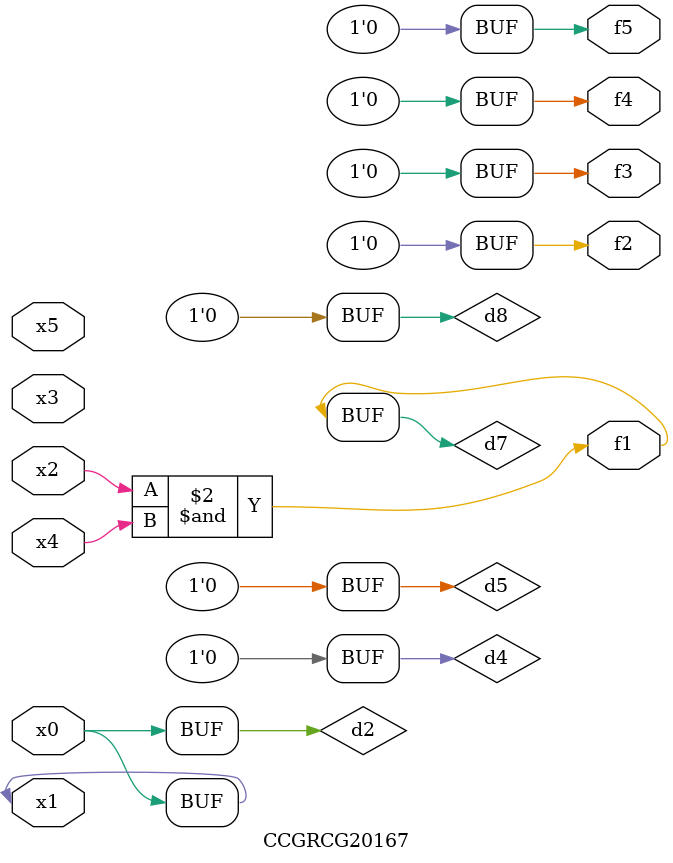
<source format=v>
module CCGRCG20167(
	input x0, x1, x2, x3, x4, x5,
	output f1, f2, f3, f4, f5
);

	wire d1, d2, d3, d4, d5, d6, d7, d8, d9;

	nand (d1, x1);
	buf (d2, x0, x1);
	nand (d3, x2, x4);
	and (d4, d1, d2);
	and (d5, d1, d2);
	nand (d6, d1, d3);
	not (d7, d3);
	xor (d8, d5);
	nor (d9, d5, d6);
	assign f1 = d7;
	assign f2 = d8;
	assign f3 = d8;
	assign f4 = d8;
	assign f5 = d8;
endmodule

</source>
